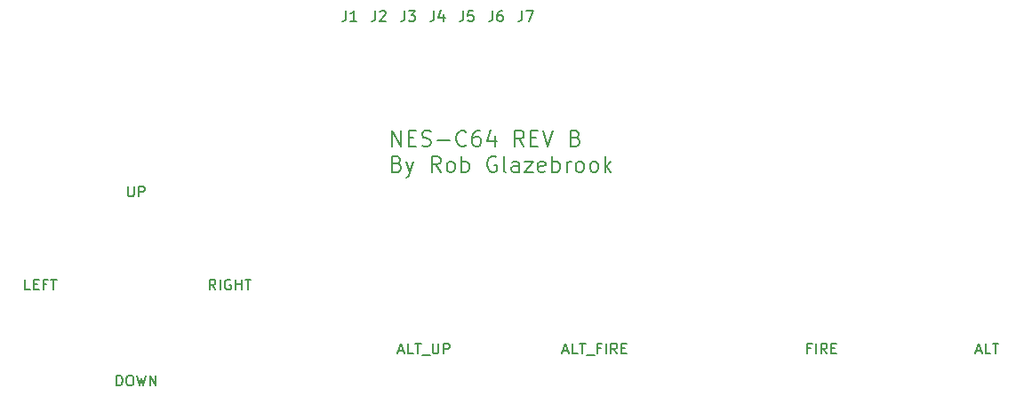
<source format=gto>
%TF.GenerationSoftware,KiCad,Pcbnew,(5.1.10)-1*%
%TF.CreationDate,2021-06-16T14:50:00-05:00*%
%TF.ProjectId,nes-c64,6e65732d-6336-4342-9e6b-696361645f70,rev?*%
%TF.SameCoordinates,Original*%
%TF.FileFunction,Legend,Top*%
%TF.FilePolarity,Positive*%
%FSLAX46Y46*%
G04 Gerber Fmt 4.6, Leading zero omitted, Abs format (unit mm)*
G04 Created by KiCad (PCBNEW (5.1.10)-1) date 2021-06-16 14:50:00*
%MOMM*%
%LPD*%
G01*
G04 APERTURE LIST*
%ADD10C,0.200000*%
%ADD11C,0.150000*%
%ADD12C,3.810000*%
%ADD13O,1.600000X1.600000*%
%ADD14R,1.600000X1.600000*%
%ADD15R,1.100000X1.800000*%
%ADD16C,1.600000*%
G04 APERTURE END LIST*
D10*
X128757142Y-90385571D02*
X128757142Y-88885571D01*
X129614285Y-90385571D01*
X129614285Y-88885571D01*
X130328571Y-89599857D02*
X130828571Y-89599857D01*
X131042857Y-90385571D02*
X130328571Y-90385571D01*
X130328571Y-88885571D01*
X131042857Y-88885571D01*
X131614285Y-90314142D02*
X131828571Y-90385571D01*
X132185714Y-90385571D01*
X132328571Y-90314142D01*
X132400000Y-90242714D01*
X132471428Y-90099857D01*
X132471428Y-89957000D01*
X132400000Y-89814142D01*
X132328571Y-89742714D01*
X132185714Y-89671285D01*
X131900000Y-89599857D01*
X131757142Y-89528428D01*
X131685714Y-89457000D01*
X131614285Y-89314142D01*
X131614285Y-89171285D01*
X131685714Y-89028428D01*
X131757142Y-88957000D01*
X131900000Y-88885571D01*
X132257142Y-88885571D01*
X132471428Y-88957000D01*
X133114285Y-89814142D02*
X134257142Y-89814142D01*
X135828571Y-90242714D02*
X135757142Y-90314142D01*
X135542857Y-90385571D01*
X135400000Y-90385571D01*
X135185714Y-90314142D01*
X135042857Y-90171285D01*
X134971428Y-90028428D01*
X134900000Y-89742714D01*
X134900000Y-89528428D01*
X134971428Y-89242714D01*
X135042857Y-89099857D01*
X135185714Y-88957000D01*
X135400000Y-88885571D01*
X135542857Y-88885571D01*
X135757142Y-88957000D01*
X135828571Y-89028428D01*
X137114285Y-88885571D02*
X136828571Y-88885571D01*
X136685714Y-88957000D01*
X136614285Y-89028428D01*
X136471428Y-89242714D01*
X136400000Y-89528428D01*
X136400000Y-90099857D01*
X136471428Y-90242714D01*
X136542857Y-90314142D01*
X136685714Y-90385571D01*
X136971428Y-90385571D01*
X137114285Y-90314142D01*
X137185714Y-90242714D01*
X137257142Y-90099857D01*
X137257142Y-89742714D01*
X137185714Y-89599857D01*
X137114285Y-89528428D01*
X136971428Y-89457000D01*
X136685714Y-89457000D01*
X136542857Y-89528428D01*
X136471428Y-89599857D01*
X136400000Y-89742714D01*
X138542857Y-89385571D02*
X138542857Y-90385571D01*
X138185714Y-88814142D02*
X137828571Y-89885571D01*
X138757142Y-89885571D01*
X141328571Y-90385571D02*
X140828571Y-89671285D01*
X140471428Y-90385571D02*
X140471428Y-88885571D01*
X141042857Y-88885571D01*
X141185714Y-88957000D01*
X141257142Y-89028428D01*
X141328571Y-89171285D01*
X141328571Y-89385571D01*
X141257142Y-89528428D01*
X141185714Y-89599857D01*
X141042857Y-89671285D01*
X140471428Y-89671285D01*
X141971428Y-89599857D02*
X142471428Y-89599857D01*
X142685714Y-90385571D02*
X141971428Y-90385571D01*
X141971428Y-88885571D01*
X142685714Y-88885571D01*
X143114285Y-88885571D02*
X143614285Y-90385571D01*
X144114285Y-88885571D01*
X146257142Y-89599857D02*
X146471428Y-89671285D01*
X146542857Y-89742714D01*
X146614285Y-89885571D01*
X146614285Y-90099857D01*
X146542857Y-90242714D01*
X146471428Y-90314142D01*
X146328571Y-90385571D01*
X145757142Y-90385571D01*
X145757142Y-88885571D01*
X146257142Y-88885571D01*
X146400000Y-88957000D01*
X146471428Y-89028428D01*
X146542857Y-89171285D01*
X146542857Y-89314142D01*
X146471428Y-89457000D01*
X146400000Y-89528428D01*
X146257142Y-89599857D01*
X145757142Y-89599857D01*
X129257142Y-92049857D02*
X129471428Y-92121285D01*
X129542857Y-92192714D01*
X129614285Y-92335571D01*
X129614285Y-92549857D01*
X129542857Y-92692714D01*
X129471428Y-92764142D01*
X129328571Y-92835571D01*
X128757142Y-92835571D01*
X128757142Y-91335571D01*
X129257142Y-91335571D01*
X129400000Y-91407000D01*
X129471428Y-91478428D01*
X129542857Y-91621285D01*
X129542857Y-91764142D01*
X129471428Y-91907000D01*
X129400000Y-91978428D01*
X129257142Y-92049857D01*
X128757142Y-92049857D01*
X130114285Y-91835571D02*
X130471428Y-92835571D01*
X130828571Y-91835571D02*
X130471428Y-92835571D01*
X130328571Y-93192714D01*
X130257142Y-93264142D01*
X130114285Y-93335571D01*
X133400000Y-92835571D02*
X132900000Y-92121285D01*
X132542857Y-92835571D02*
X132542857Y-91335571D01*
X133114285Y-91335571D01*
X133257142Y-91407000D01*
X133328571Y-91478428D01*
X133400000Y-91621285D01*
X133400000Y-91835571D01*
X133328571Y-91978428D01*
X133257142Y-92049857D01*
X133114285Y-92121285D01*
X132542857Y-92121285D01*
X134257142Y-92835571D02*
X134114285Y-92764142D01*
X134042857Y-92692714D01*
X133971428Y-92549857D01*
X133971428Y-92121285D01*
X134042857Y-91978428D01*
X134114285Y-91907000D01*
X134257142Y-91835571D01*
X134471428Y-91835571D01*
X134614285Y-91907000D01*
X134685714Y-91978428D01*
X134757142Y-92121285D01*
X134757142Y-92549857D01*
X134685714Y-92692714D01*
X134614285Y-92764142D01*
X134471428Y-92835571D01*
X134257142Y-92835571D01*
X135400000Y-92835571D02*
X135400000Y-91335571D01*
X135400000Y-91907000D02*
X135542857Y-91835571D01*
X135828571Y-91835571D01*
X135971428Y-91907000D01*
X136042857Y-91978428D01*
X136114285Y-92121285D01*
X136114285Y-92549857D01*
X136042857Y-92692714D01*
X135971428Y-92764142D01*
X135828571Y-92835571D01*
X135542857Y-92835571D01*
X135400000Y-92764142D01*
X138685714Y-91407000D02*
X138542857Y-91335571D01*
X138328571Y-91335571D01*
X138114285Y-91407000D01*
X137971428Y-91549857D01*
X137900000Y-91692714D01*
X137828571Y-91978428D01*
X137828571Y-92192714D01*
X137900000Y-92478428D01*
X137971428Y-92621285D01*
X138114285Y-92764142D01*
X138328571Y-92835571D01*
X138471428Y-92835571D01*
X138685714Y-92764142D01*
X138757142Y-92692714D01*
X138757142Y-92192714D01*
X138471428Y-92192714D01*
X139614285Y-92835571D02*
X139471428Y-92764142D01*
X139400000Y-92621285D01*
X139400000Y-91335571D01*
X140828571Y-92835571D02*
X140828571Y-92049857D01*
X140757142Y-91907000D01*
X140614285Y-91835571D01*
X140328571Y-91835571D01*
X140185714Y-91907000D01*
X140828571Y-92764142D02*
X140685714Y-92835571D01*
X140328571Y-92835571D01*
X140185714Y-92764142D01*
X140114285Y-92621285D01*
X140114285Y-92478428D01*
X140185714Y-92335571D01*
X140328571Y-92264142D01*
X140685714Y-92264142D01*
X140828571Y-92192714D01*
X141400000Y-91835571D02*
X142185714Y-91835571D01*
X141400000Y-92835571D01*
X142185714Y-92835571D01*
X143328571Y-92764142D02*
X143185714Y-92835571D01*
X142900000Y-92835571D01*
X142757142Y-92764142D01*
X142685714Y-92621285D01*
X142685714Y-92049857D01*
X142757142Y-91907000D01*
X142900000Y-91835571D01*
X143185714Y-91835571D01*
X143328571Y-91907000D01*
X143400000Y-92049857D01*
X143400000Y-92192714D01*
X142685714Y-92335571D01*
X144042857Y-92835571D02*
X144042857Y-91335571D01*
X144042857Y-91907000D02*
X144185714Y-91835571D01*
X144471428Y-91835571D01*
X144614285Y-91907000D01*
X144685714Y-91978428D01*
X144757142Y-92121285D01*
X144757142Y-92549857D01*
X144685714Y-92692714D01*
X144614285Y-92764142D01*
X144471428Y-92835571D01*
X144185714Y-92835571D01*
X144042857Y-92764142D01*
X145400000Y-92835571D02*
X145400000Y-91835571D01*
X145400000Y-92121285D02*
X145471428Y-91978428D01*
X145542857Y-91907000D01*
X145685714Y-91835571D01*
X145828571Y-91835571D01*
X146542857Y-92835571D02*
X146400000Y-92764142D01*
X146328571Y-92692714D01*
X146257142Y-92549857D01*
X146257142Y-92121285D01*
X146328571Y-91978428D01*
X146400000Y-91907000D01*
X146542857Y-91835571D01*
X146757142Y-91835571D01*
X146900000Y-91907000D01*
X146971428Y-91978428D01*
X147042857Y-92121285D01*
X147042857Y-92549857D01*
X146971428Y-92692714D01*
X146900000Y-92764142D01*
X146757142Y-92835571D01*
X146542857Y-92835571D01*
X147900000Y-92835571D02*
X147757142Y-92764142D01*
X147685714Y-92692714D01*
X147614285Y-92549857D01*
X147614285Y-92121285D01*
X147685714Y-91978428D01*
X147757142Y-91907000D01*
X147900000Y-91835571D01*
X148114285Y-91835571D01*
X148257142Y-91907000D01*
X148328571Y-91978428D01*
X148400000Y-92121285D01*
X148400000Y-92549857D01*
X148328571Y-92692714D01*
X148257142Y-92764142D01*
X148114285Y-92835571D01*
X147900000Y-92835571D01*
X149042857Y-92835571D02*
X149042857Y-91335571D01*
X149185714Y-92264142D02*
X149614285Y-92835571D01*
X149614285Y-91835571D02*
X149042857Y-92407000D01*
%TO.C,SW1*%
D11*
X94297619Y-104084380D02*
X93821428Y-104084380D01*
X93821428Y-103084380D01*
X94630952Y-103560571D02*
X94964285Y-103560571D01*
X95107142Y-104084380D02*
X94630952Y-104084380D01*
X94630952Y-103084380D01*
X95107142Y-103084380D01*
X95869047Y-103560571D02*
X95535714Y-103560571D01*
X95535714Y-104084380D02*
X95535714Y-103084380D01*
X96011904Y-103084380D01*
X96250000Y-103084380D02*
X96821428Y-103084380D01*
X96535714Y-104084380D02*
X96535714Y-103084380D01*
%TO.C,SW2*%
X103608285Y-94194380D02*
X103608285Y-95003904D01*
X103655904Y-95099142D01*
X103703523Y-95146761D01*
X103798761Y-95194380D01*
X103989238Y-95194380D01*
X104084476Y-95146761D01*
X104132095Y-95099142D01*
X104179714Y-95003904D01*
X104179714Y-94194380D01*
X104655904Y-95194380D02*
X104655904Y-94194380D01*
X105036857Y-94194380D01*
X105132095Y-94242000D01*
X105179714Y-94289619D01*
X105227333Y-94384857D01*
X105227333Y-94527714D01*
X105179714Y-94622952D01*
X105132095Y-94670571D01*
X105036857Y-94718190D01*
X104655904Y-94718190D01*
%TO.C,SW3*%
X102513047Y-113228380D02*
X102513047Y-112228380D01*
X102751142Y-112228380D01*
X102894000Y-112276000D01*
X102989238Y-112371238D01*
X103036857Y-112466476D01*
X103084476Y-112656952D01*
X103084476Y-112799809D01*
X103036857Y-112990285D01*
X102989238Y-113085523D01*
X102894000Y-113180761D01*
X102751142Y-113228380D01*
X102513047Y-113228380D01*
X103703523Y-112228380D02*
X103894000Y-112228380D01*
X103989238Y-112276000D01*
X104084476Y-112371238D01*
X104132095Y-112561714D01*
X104132095Y-112895047D01*
X104084476Y-113085523D01*
X103989238Y-113180761D01*
X103894000Y-113228380D01*
X103703523Y-113228380D01*
X103608285Y-113180761D01*
X103513047Y-113085523D01*
X103465428Y-112895047D01*
X103465428Y-112561714D01*
X103513047Y-112371238D01*
X103608285Y-112276000D01*
X103703523Y-112228380D01*
X104465428Y-112228380D02*
X104703523Y-113228380D01*
X104894000Y-112514095D01*
X105084476Y-113228380D01*
X105322571Y-112228380D01*
X105703523Y-113228380D02*
X105703523Y-112228380D01*
X106274952Y-113228380D01*
X106274952Y-112228380D01*
%TO.C,SW4*%
X111950666Y-104084380D02*
X111617333Y-103608190D01*
X111379238Y-104084380D02*
X111379238Y-103084380D01*
X111760190Y-103084380D01*
X111855428Y-103132000D01*
X111903047Y-103179619D01*
X111950666Y-103274857D01*
X111950666Y-103417714D01*
X111903047Y-103512952D01*
X111855428Y-103560571D01*
X111760190Y-103608190D01*
X111379238Y-103608190D01*
X112379238Y-104084380D02*
X112379238Y-103084380D01*
X113379238Y-103132000D02*
X113284000Y-103084380D01*
X113141142Y-103084380D01*
X112998285Y-103132000D01*
X112903047Y-103227238D01*
X112855428Y-103322476D01*
X112807809Y-103512952D01*
X112807809Y-103655809D01*
X112855428Y-103846285D01*
X112903047Y-103941523D01*
X112998285Y-104036761D01*
X113141142Y-104084380D01*
X113236380Y-104084380D01*
X113379238Y-104036761D01*
X113426857Y-103989142D01*
X113426857Y-103655809D01*
X113236380Y-103655809D01*
X113855428Y-104084380D02*
X113855428Y-103084380D01*
X113855428Y-103560571D02*
X114426857Y-103560571D01*
X114426857Y-104084380D02*
X114426857Y-103084380D01*
X114760190Y-103084380D02*
X115331619Y-103084380D01*
X115045904Y-104084380D02*
X115045904Y-103084380D01*
%TO.C,SW5*%
X129397428Y-109894666D02*
X129873619Y-109894666D01*
X129302190Y-110180380D02*
X129635523Y-109180380D01*
X129968857Y-110180380D01*
X130778380Y-110180380D02*
X130302190Y-110180380D01*
X130302190Y-109180380D01*
X130968857Y-109180380D02*
X131540285Y-109180380D01*
X131254571Y-110180380D02*
X131254571Y-109180380D01*
X131635523Y-110275619D02*
X132397428Y-110275619D01*
X132635523Y-109180380D02*
X132635523Y-109989904D01*
X132683142Y-110085142D01*
X132730761Y-110132761D01*
X132826000Y-110180380D01*
X133016476Y-110180380D01*
X133111714Y-110132761D01*
X133159333Y-110085142D01*
X133206952Y-109989904D01*
X133206952Y-109180380D01*
X133683142Y-110180380D02*
X133683142Y-109180380D01*
X134064095Y-109180380D01*
X134159333Y-109228000D01*
X134206952Y-109275619D01*
X134254571Y-109370857D01*
X134254571Y-109513714D01*
X134206952Y-109608952D01*
X134159333Y-109656571D01*
X134064095Y-109704190D01*
X133683142Y-109704190D01*
%TO.C,SW6*%
X145058190Y-109894666D02*
X145534380Y-109894666D01*
X144962952Y-110180380D02*
X145296285Y-109180380D01*
X145629619Y-110180380D01*
X146439142Y-110180380D02*
X145962952Y-110180380D01*
X145962952Y-109180380D01*
X146629619Y-109180380D02*
X147201047Y-109180380D01*
X146915333Y-110180380D02*
X146915333Y-109180380D01*
X147296285Y-110275619D02*
X148058190Y-110275619D01*
X148629619Y-109656571D02*
X148296285Y-109656571D01*
X148296285Y-110180380D02*
X148296285Y-109180380D01*
X148772476Y-109180380D01*
X149153428Y-110180380D02*
X149153428Y-109180380D01*
X150201047Y-110180380D02*
X149867714Y-109704190D01*
X149629619Y-110180380D02*
X149629619Y-109180380D01*
X150010571Y-109180380D01*
X150105809Y-109228000D01*
X150153428Y-109275619D01*
X150201047Y-109370857D01*
X150201047Y-109513714D01*
X150153428Y-109608952D01*
X150105809Y-109656571D01*
X150010571Y-109704190D01*
X149629619Y-109704190D01*
X150629619Y-109656571D02*
X150962952Y-109656571D01*
X151105809Y-110180380D02*
X150629619Y-110180380D01*
X150629619Y-109180380D01*
X151105809Y-109180380D01*
%TO.C,SW7*%
X168624380Y-109656571D02*
X168291047Y-109656571D01*
X168291047Y-110180380D02*
X168291047Y-109180380D01*
X168767238Y-109180380D01*
X169148190Y-110180380D02*
X169148190Y-109180380D01*
X170195809Y-110180380D02*
X169862476Y-109704190D01*
X169624380Y-110180380D02*
X169624380Y-109180380D01*
X170005333Y-109180380D01*
X170100571Y-109228000D01*
X170148190Y-109275619D01*
X170195809Y-109370857D01*
X170195809Y-109513714D01*
X170148190Y-109608952D01*
X170100571Y-109656571D01*
X170005333Y-109704190D01*
X169624380Y-109704190D01*
X170624380Y-109656571D02*
X170957714Y-109656571D01*
X171100571Y-110180380D02*
X170624380Y-110180380D01*
X170624380Y-109180380D01*
X171100571Y-109180380D01*
%TO.C,SW8*%
X184396190Y-109894666D02*
X184872380Y-109894666D01*
X184300952Y-110180380D02*
X184634285Y-109180380D01*
X184967619Y-110180380D01*
X185777142Y-110180380D02*
X185300952Y-110180380D01*
X185300952Y-109180380D01*
X185967619Y-109180380D02*
X186539047Y-109180380D01*
X186253333Y-110180380D02*
X186253333Y-109180380D01*
%TO.C,J1*%
X124380666Y-77462380D02*
X124380666Y-78176666D01*
X124333047Y-78319523D01*
X124237809Y-78414761D01*
X124094952Y-78462380D01*
X123999714Y-78462380D01*
X125380666Y-78462380D02*
X124809238Y-78462380D01*
X125094952Y-78462380D02*
X125094952Y-77462380D01*
X124999714Y-77605238D01*
X124904476Y-77700476D01*
X124809238Y-77748095D01*
%TO.C,J2*%
X127174666Y-77462380D02*
X127174666Y-78176666D01*
X127127047Y-78319523D01*
X127031809Y-78414761D01*
X126888952Y-78462380D01*
X126793714Y-78462380D01*
X127603238Y-77557619D02*
X127650857Y-77510000D01*
X127746095Y-77462380D01*
X127984190Y-77462380D01*
X128079428Y-77510000D01*
X128127047Y-77557619D01*
X128174666Y-77652857D01*
X128174666Y-77748095D01*
X128127047Y-77890952D01*
X127555619Y-78462380D01*
X128174666Y-78462380D01*
%TO.C,J3*%
X129968666Y-77462380D02*
X129968666Y-78176666D01*
X129921047Y-78319523D01*
X129825809Y-78414761D01*
X129682952Y-78462380D01*
X129587714Y-78462380D01*
X130349619Y-77462380D02*
X130968666Y-77462380D01*
X130635333Y-77843333D01*
X130778190Y-77843333D01*
X130873428Y-77890952D01*
X130921047Y-77938571D01*
X130968666Y-78033809D01*
X130968666Y-78271904D01*
X130921047Y-78367142D01*
X130873428Y-78414761D01*
X130778190Y-78462380D01*
X130492476Y-78462380D01*
X130397238Y-78414761D01*
X130349619Y-78367142D01*
%TO.C,J4*%
X132762666Y-77462380D02*
X132762666Y-78176666D01*
X132715047Y-78319523D01*
X132619809Y-78414761D01*
X132476952Y-78462380D01*
X132381714Y-78462380D01*
X133667428Y-77795714D02*
X133667428Y-78462380D01*
X133429333Y-77414761D02*
X133191238Y-78129047D01*
X133810285Y-78129047D01*
%TO.C,J5*%
X135556666Y-77462380D02*
X135556666Y-78176666D01*
X135509047Y-78319523D01*
X135413809Y-78414761D01*
X135270952Y-78462380D01*
X135175714Y-78462380D01*
X136509047Y-77462380D02*
X136032857Y-77462380D01*
X135985238Y-77938571D01*
X136032857Y-77890952D01*
X136128095Y-77843333D01*
X136366190Y-77843333D01*
X136461428Y-77890952D01*
X136509047Y-77938571D01*
X136556666Y-78033809D01*
X136556666Y-78271904D01*
X136509047Y-78367142D01*
X136461428Y-78414761D01*
X136366190Y-78462380D01*
X136128095Y-78462380D01*
X136032857Y-78414761D01*
X135985238Y-78367142D01*
%TO.C,J6*%
X138350666Y-77462380D02*
X138350666Y-78176666D01*
X138303047Y-78319523D01*
X138207809Y-78414761D01*
X138064952Y-78462380D01*
X137969714Y-78462380D01*
X139255428Y-77462380D02*
X139064952Y-77462380D01*
X138969714Y-77510000D01*
X138922095Y-77557619D01*
X138826857Y-77700476D01*
X138779238Y-77890952D01*
X138779238Y-78271904D01*
X138826857Y-78367142D01*
X138874476Y-78414761D01*
X138969714Y-78462380D01*
X139160190Y-78462380D01*
X139255428Y-78414761D01*
X139303047Y-78367142D01*
X139350666Y-78271904D01*
X139350666Y-78033809D01*
X139303047Y-77938571D01*
X139255428Y-77890952D01*
X139160190Y-77843333D01*
X138969714Y-77843333D01*
X138874476Y-77890952D01*
X138826857Y-77938571D01*
X138779238Y-78033809D01*
%TO.C,J7*%
X141144666Y-77462380D02*
X141144666Y-78176666D01*
X141097047Y-78319523D01*
X141001809Y-78414761D01*
X140858952Y-78462380D01*
X140763714Y-78462380D01*
X141525619Y-77462380D02*
X142192285Y-77462380D01*
X141763714Y-78462380D01*
%TD*%
%LPC*%
D12*
%TO.C,SW1*%
X97155000Y-98552000D02*
G75*
G03*
X97155000Y-98552000I-1905000J0D01*
G01*
%TO.C,SW2*%
X106299000Y-89662000D02*
G75*
G03*
X106299000Y-89662000I-1905000J0D01*
G01*
%TO.C,SW3*%
X106299000Y-107696000D02*
G75*
G03*
X106299000Y-107696000I-1905000J0D01*
G01*
%TO.C,SW4*%
X115189000Y-98552000D02*
G75*
G03*
X115189000Y-98552000I-1905000J0D01*
G01*
%TO.C,SW5*%
X133731000Y-104648000D02*
G75*
G03*
X133731000Y-104648000I-1905000J0D01*
G01*
%TO.C,SW6*%
X149987000Y-104648000D02*
G75*
G03*
X149987000Y-104648000I-1905000J0D01*
G01*
%TO.C,SW7*%
X171577000Y-104648000D02*
G75*
G03*
X171577000Y-104648000I-1905000J0D01*
G01*
%TO.C,SW8*%
X187325000Y-104648000D02*
G75*
G03*
X187325000Y-104648000I-1905000J0D01*
G01*
%TD*%
D13*
%TO.C,U1*%
X160782000Y-77470000D03*
X168402000Y-92710000D03*
X160782000Y-80010000D03*
X168402000Y-90170000D03*
X160782000Y-82550000D03*
X168402000Y-87630000D03*
X160782000Y-85090000D03*
X168402000Y-85090000D03*
X160782000Y-87630000D03*
X168402000Y-82550000D03*
X160782000Y-90170000D03*
X168402000Y-80010000D03*
X160782000Y-92710000D03*
D14*
X168402000Y-77470000D03*
%TD*%
D15*
%TO.C,Q2*%
X186690000Y-90786000D03*
G36*
G01*
X188680000Y-91411000D02*
X188680000Y-90161000D01*
G75*
G02*
X188955000Y-89886000I275000J0D01*
G01*
X189505000Y-89886000D01*
G75*
G02*
X189780000Y-90161000I0J-275000D01*
G01*
X189780000Y-91411000D01*
G75*
G02*
X189505000Y-91686000I-275000J0D01*
G01*
X188955000Y-91686000D01*
G75*
G02*
X188680000Y-91411000I0J275000D01*
G01*
G37*
G36*
G01*
X187410000Y-93481000D02*
X187410000Y-92231000D01*
G75*
G02*
X187685000Y-91956000I275000J0D01*
G01*
X188235000Y-91956000D01*
G75*
G02*
X188510000Y-92231000I0J-275000D01*
G01*
X188510000Y-93481000D01*
G75*
G02*
X188235000Y-93756000I-275000J0D01*
G01*
X187685000Y-93756000D01*
G75*
G02*
X187410000Y-93481000I0J275000D01*
G01*
G37*
%TD*%
%TO.C,Q1*%
X186690000Y-82658000D03*
G36*
G01*
X188680000Y-83283000D02*
X188680000Y-82033000D01*
G75*
G02*
X188955000Y-81758000I275000J0D01*
G01*
X189505000Y-81758000D01*
G75*
G02*
X189780000Y-82033000I0J-275000D01*
G01*
X189780000Y-83283000D01*
G75*
G02*
X189505000Y-83558000I-275000J0D01*
G01*
X188955000Y-83558000D01*
G75*
G02*
X188680000Y-83283000I0J275000D01*
G01*
G37*
G36*
G01*
X187410000Y-85353000D02*
X187410000Y-84103000D01*
G75*
G02*
X187685000Y-83828000I275000J0D01*
G01*
X188235000Y-83828000D01*
G75*
G02*
X188510000Y-84103000I0J-275000D01*
G01*
X188510000Y-85353000D01*
G75*
G02*
X188235000Y-85628000I-275000J0D01*
G01*
X187685000Y-85628000D01*
G75*
G02*
X187410000Y-85353000I0J275000D01*
G01*
G37*
%TD*%
D16*
%TO.C,R1*%
X182372000Y-77216000D03*
D13*
X172212000Y-77216000D03*
%TD*%
%TO.C,J1*%
G36*
G01*
X123914000Y-80560000D02*
X123914000Y-79460000D01*
G75*
G02*
X124164000Y-79210000I250000J0D01*
G01*
X125264000Y-79210000D01*
G75*
G02*
X125514000Y-79460000I0J-250000D01*
G01*
X125514000Y-80560000D01*
G75*
G02*
X125264000Y-80810000I-250000J0D01*
G01*
X124164000Y-80810000D01*
G75*
G02*
X123914000Y-80560000I0J250000D01*
G01*
G37*
%TD*%
%TO.C,J2*%
G36*
G01*
X126708000Y-80560000D02*
X126708000Y-79460000D01*
G75*
G02*
X126958000Y-79210000I250000J0D01*
G01*
X128058000Y-79210000D01*
G75*
G02*
X128308000Y-79460000I0J-250000D01*
G01*
X128308000Y-80560000D01*
G75*
G02*
X128058000Y-80810000I-250000J0D01*
G01*
X126958000Y-80810000D01*
G75*
G02*
X126708000Y-80560000I0J250000D01*
G01*
G37*
%TD*%
%TO.C,J3*%
G36*
G01*
X129502000Y-80560000D02*
X129502000Y-79460000D01*
G75*
G02*
X129752000Y-79210000I250000J0D01*
G01*
X130852000Y-79210000D01*
G75*
G02*
X131102000Y-79460000I0J-250000D01*
G01*
X131102000Y-80560000D01*
G75*
G02*
X130852000Y-80810000I-250000J0D01*
G01*
X129752000Y-80810000D01*
G75*
G02*
X129502000Y-80560000I0J250000D01*
G01*
G37*
%TD*%
%TO.C,J4*%
G36*
G01*
X132296000Y-80560000D02*
X132296000Y-79460000D01*
G75*
G02*
X132546000Y-79210000I250000J0D01*
G01*
X133646000Y-79210000D01*
G75*
G02*
X133896000Y-79460000I0J-250000D01*
G01*
X133896000Y-80560000D01*
G75*
G02*
X133646000Y-80810000I-250000J0D01*
G01*
X132546000Y-80810000D01*
G75*
G02*
X132296000Y-80560000I0J250000D01*
G01*
G37*
%TD*%
%TO.C,J5*%
G36*
G01*
X135090000Y-80560000D02*
X135090000Y-79460000D01*
G75*
G02*
X135340000Y-79210000I250000J0D01*
G01*
X136440000Y-79210000D01*
G75*
G02*
X136690000Y-79460000I0J-250000D01*
G01*
X136690000Y-80560000D01*
G75*
G02*
X136440000Y-80810000I-250000J0D01*
G01*
X135340000Y-80810000D01*
G75*
G02*
X135090000Y-80560000I0J250000D01*
G01*
G37*
%TD*%
%TO.C,J6*%
G36*
G01*
X137884000Y-80560000D02*
X137884000Y-79460000D01*
G75*
G02*
X138134000Y-79210000I250000J0D01*
G01*
X139234000Y-79210000D01*
G75*
G02*
X139484000Y-79460000I0J-250000D01*
G01*
X139484000Y-80560000D01*
G75*
G02*
X139234000Y-80810000I-250000J0D01*
G01*
X138134000Y-80810000D01*
G75*
G02*
X137884000Y-80560000I0J250000D01*
G01*
G37*
%TD*%
%TO.C,J7*%
G36*
G01*
X140678000Y-80560000D02*
X140678000Y-79460000D01*
G75*
G02*
X140928000Y-79210000I250000J0D01*
G01*
X142028000Y-79210000D01*
G75*
G02*
X142278000Y-79460000I0J-250000D01*
G01*
X142278000Y-80560000D01*
G75*
G02*
X142028000Y-80810000I-250000J0D01*
G01*
X140928000Y-80810000D01*
G75*
G02*
X140678000Y-80560000I0J250000D01*
G01*
G37*
%TD*%
%TO.C,R2*%
X172212000Y-82380666D03*
D16*
X182372000Y-82380666D03*
%TD*%
D13*
%TO.C,R3*%
X182372000Y-87545332D03*
D16*
X172212000Y-87545332D03*
%TD*%
%TO.C,R4*%
X172212000Y-92710000D03*
D13*
X182372000Y-92710000D03*
%TD*%
M02*

</source>
